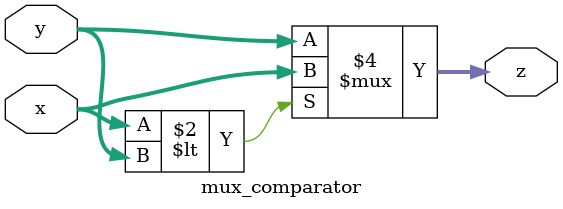
<source format=v>
module mux_comparator (
    input [2:0] x,
    input [2:0] y,
    output reg [2:0] z
    );

    always @(x or y) 
    begin

      if (x < y) 
        z = x; 

      else 
        z = y;
      
    end
    
endmodule

</source>
